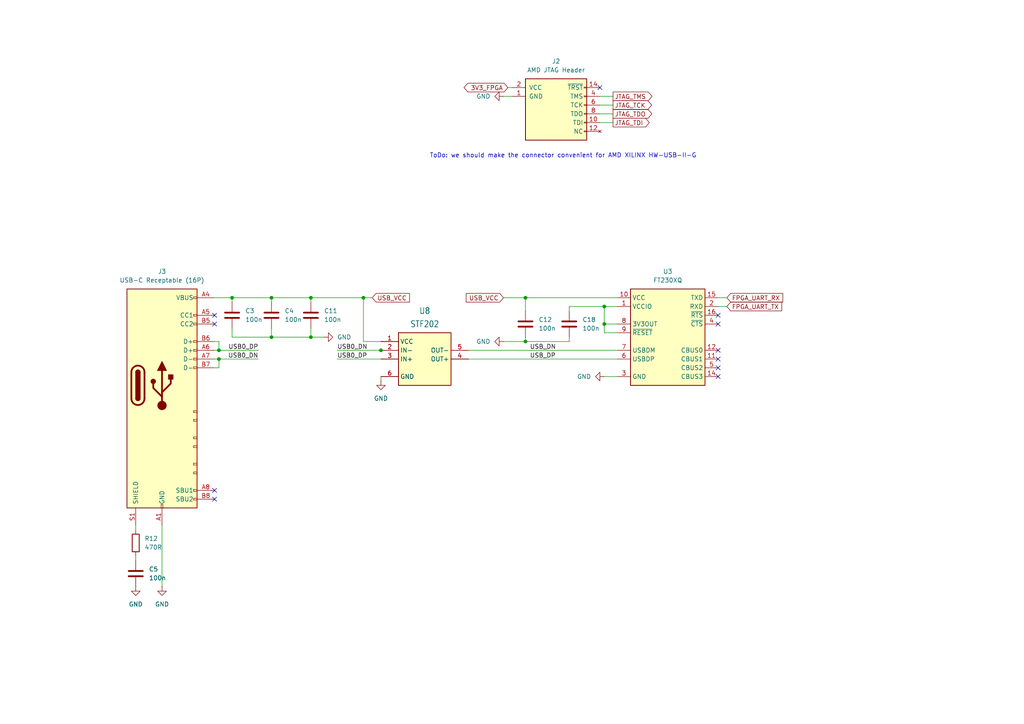
<source format=kicad_sch>
(kicad_sch (version 20231120) (generator "eeschema") (generator_version "8.0")
  (paper "A4")
  (lib_symbols
    (symbol "common_library:FT230XQ"
      (property "Reference" "U" (at 0 17.018 0))
      (property "Value" "FT230XQ" (at 0 14.732 0))
      (symbol "FT230XQ_0_1"
        (rectangle (start -11.43 13.97) (end 10.16 -13.97) (stroke (width 0.254)) (fill (type background)))
      )
      (symbol "FT230XQ_1_1"
        (pin power_in line (at -15.24 8.89 0) (length 3.81) (name "VCCIO") (number "1"))
        (pin power_in line (at -15.24 11.43 0) (length 3.81) (name "VCC") (number "10"))
        (pin bidirectional line (at 13.97 -6.35 180) (length 3.81) (name "CBUS1") (number "11"))
        (pin bidirectional line (at 13.97 -3.81 180) (length 3.81) (name "CBUS0") (number "12"))
        (pin power_in line (at -15.24 -11.43 0) (length 3.81) hide (name "GND") (number "13"))
        (pin bidirectional line (at 13.97 -11.43 180) (length 3.81) (name "CBUS3") (number "14"))
        (pin output line (at 13.97 11.43 180) (length 3.81) (name "TXD") (number "15"))
        (pin output line (at 13.97 6.35 180) (length 3.81) (name "~{RTS}") (number "16"))
        (pin power_in line (at -15.24 -11.43 0) (length 3.81) hide (name "GND") (number "17"))
        (pin input line (at 13.97 8.89 180) (length 3.81) (name "RXD") (number "2"))
        (pin power_in line (at -15.24 -11.43 0) (length 3.81) (name "GND") (number "3"))
        (pin input line (at 13.97 3.81 180) (length 3.81) (name "~{CTS}") (number "4"))
        (pin bidirectional line (at 13.97 -8.89 180) (length 3.81) (name "CBUS2") (number "5"))
        (pin bidirectional line (at -15.24 -6.35 0) (length 3.81) (name "USBDP") (number "6"))
        (pin bidirectional line (at -15.24 -3.81 0) (length 3.81) (name "USBDM") (number "7"))
        (pin power_out line (at -15.24 3.81 0) (length 3.81) (name "3V3OUT") (number "8"))
        (pin input line (at -15.24 1.27 0) (length 3.81) (name "~{RESET}") (number "9"))
      )
    )
    (symbol "common_library:STF202" (exclude_from_sim yes)
      (property "Reference" "U" (at 0 11.684 0))
      (property "Value" "STF202" (at 0 8.382 0))
      (symbol "STF202_1_0"
        (rectangle (start -7.62 7.62) (end 7.62 -7.62) (stroke (width 0.254)) (fill (type background)))
        (pin power_in line (at -12.7 5.08 0) (length 5.08) (name "VCC") (number "1"))
        (pin bidirectional line (at -12.7 2.54 0) (length 5.08) (name "IN-") (number "2"))
        (pin bidirectional line (at -12.7 0 0) (length 5.08) (name "IN+") (number "3"))
        (pin bidirectional line (at 12.7 0 180) (length 5.08) (name "OUT+") (number "4"))
        (pin bidirectional line (at 12.7 2.54 180) (length 5.08) (name "OUT-") (number "5"))
        (pin bidirectional line (at -12.7 -5.08 0) (length 5.08) (name "GND") (number "6"))
      )
    )
    (symbol "connectors:AMD JTAG-Header" (pin_names (offset 1.016)) (exclude_from_sim yes)
      (property "Reference" "J" (at 0 11.684 0))
      (property "Value" "AMD JTAG Header" (at 0.508 9.398 0))
      (symbol "AMD JTAG-Header_0_1"
        (rectangle (start -8.89 8.89) (end 8.89 -8.89) (stroke (width 0.254)) (fill (type background)))
        (rectangle (start 8.89 -6.223) (end 8.128 -6.477))
        (rectangle (start 8.89 -3.683) (end 8.128 -3.937))
        (rectangle (start 8.89 -1.143) (end 8.128 -1.397))
        (rectangle (start 8.89 1.397) (end 8.128 1.143))
        (rectangle (start 8.89 3.937) (end 8.128 3.683))
        (rectangle (start 8.89 6.477) (end 8.128 6.223))
      )
      (symbol "AMD JTAG-Header_1_1"
        (pin power_in line (at -12.7 3.81 0) (length 3.81) (name "GND") (number "1"))
        (pin passive line (at 12.7 -3.81 180) (length 3.81) (name "TDI") (number "10"))
        (pin passive line (at -12.7 3.81 0) (length 3.81) hide (name "GND") (number "11"))
        (pin no_connect line (at 12.7 -6.35 180) (length 3.81) (name "NC") (number "12"))
        (pin passive line (at -12.7 3.81 0) (length 3.81) hide (name "GND") (number "13"))
        (pin passive line (at 12.7 6.35 180) (length 3.81) (name "~{TRST}") (number "14"))
        (pin power_in line (at -12.7 6.35 0) (length 3.81) (name "VCC") (number "2"))
        (pin passive line (at -12.7 3.81 0) (length 3.81) hide (name "GND") (number "3"))
        (pin passive line (at 12.7 3.81 180) (length 3.81) (name "TMS") (number "4"))
        (pin passive line (at -12.7 3.81 0) (length 3.81) hide (name "GND") (number "5"))
        (pin passive line (at 12.7 1.27 180) (length 3.81) (name "TCK") (number "6"))
        (pin passive line (at -12.7 3.81 0) (length 3.81) hide (name "GND") (number "7"))
        (pin passive line (at 12.7 -1.27 180) (length 3.81) (name "TDO") (number "8"))
        (pin passive line (at -12.7 3.81 0) (length 3.81) hide (name "GND") (number "9"))
      )
    )
    (symbol "connectors:USB_C_16P" (pin_names (offset 1.016)) (exclude_from_sim yes)
      (property "Reference" "J" (at -10.16 29.21 0))
      (property "Value" "USB-C Receptable (16P)" (at 10.16 29.21 0))
      (symbol "USB_C_16P_0_0"
        (rectangle (start -0.254 -35.56) (end 0.254 -34.544))
        (rectangle (start 10.16 -32.766) (end 9.144 -33.274))
        (rectangle (start 10.16 -30.226) (end 9.144 -30.734))
        (rectangle (start 10.16 -25.146) (end 9.144 -25.654))
        (rectangle (start 10.16 -22.606) (end 9.144 -23.114))
        (rectangle (start 10.16 -17.526) (end 9.144 -18.034))
        (rectangle (start 10.16 -14.986) (end 9.144 -15.494))
        (rectangle (start 10.16 -9.906) (end 9.144 -10.414))
        (rectangle (start 10.16 -7.366) (end 9.144 -7.874))
        (rectangle (start 10.16 5.334) (end 9.144 4.826))
        (rectangle (start 10.16 7.874) (end 9.144 7.366))
        (rectangle (start 10.16 10.414) (end 9.144 9.906))
        (rectangle (start 10.16 12.954) (end 9.144 12.446))
        (rectangle (start 10.16 18.034) (end 9.144 17.526))
        (rectangle (start 10.16 20.574) (end 9.144 20.066))
        (rectangle (start 10.16 25.654) (end 9.144 25.146))
      )
      (symbol "USB_C_16P_0_1"
        (rectangle (start -10.16 27.94) (end 10.16 -35.56) (stroke (width 0.254)) (fill (type background)))
        (arc (start -8.89 -3.81) (mid -6.985 -5.7067) (end -5.08 -3.81) (stroke (width 0.508)))
        (arc (start -7.62 -3.81) (mid -6.985 -4.4423) (end -6.35 -3.81) (stroke (width 0.254)))
        (arc (start -7.62 -3.81) (mid -6.985 -4.4423) (end -6.35 -3.81) (stroke (width 0.254)) (fill (type outline)))
        (rectangle (start -7.62 -3.81) (end -6.35 3.81) (stroke (width 0.254)) (fill (type outline)))
        (arc (start -6.35 3.81) (mid -6.985 4.4423) (end -7.62 3.81) (stroke (width 0.254)))
        (arc (start -6.35 3.81) (mid -6.985 4.4423) (end -7.62 3.81) (stroke (width 0.254)) (fill (type outline)))
        (arc (start -5.08 3.81) (mid -6.985 5.7067) (end -8.89 3.81) (stroke (width 0.508)))
        (polyline (pts (xy -8.89 -3.81) (xy -8.89 3.81)) (stroke (width 0.508)))
        (polyline (pts (xy -5.08 3.81) (xy -5.08 -3.81)) (stroke (width 0.508)))
      )
      (symbol "USB_C_16P_1_1"
        (circle (center -2.54 1.143) (radius 0.635) (stroke (width 0.254)) (fill (type outline)))
        (circle (center 0 -5.842) (radius 1.27) (fill (type outline)))
        (polyline (pts (xy 0 -5.842) (xy 0 4.318)) (stroke (width 0.508)))
        (polyline (pts (xy 0 -3.302) (xy -2.54 -0.762) (xy -2.54 0.508)) (stroke (width 0.508)))
        (polyline (pts (xy 0 -2.032) (xy 2.54 0.508) (xy 2.54 1.778)) (stroke (width 0.508)))
        (polyline (pts (xy -1.27 4.318) (xy 0 6.858) (xy 1.27 4.318) (xy -1.27 4.318)) (stroke (width 0.254)) (fill (type outline)))
        (rectangle (start 1.905 1.778) (end 3.175 3.048) (stroke (width 0.254)) (fill (type outline)))
        (pin passive line (at 0 -40.64 90) (length 5.08) (name "GND") (number "A1"))
        (pin passive line (at 0 -40.64 90) (length 5.08) hide (name "GND") (number "A12"))
        (pin passive line (at 15.24 25.4 180) (length 5.08) (name "VBUS") (number "A4"))
        (pin bidirectional line (at 15.24 20.32 180) (length 5.08) (name "CC1") (number "A5"))
        (pin bidirectional line (at 15.24 10.16 180) (length 5.08) (name "D+") (number "A6"))
        (pin bidirectional line (at 15.24 7.62 180) (length 5.08) (name "D-") (number "A7"))
        (pin bidirectional line (at 15.24 -30.48 180) (length 5.08) (name "SBU1") (number "A8"))
        (pin passive line (at 15.24 25.4 180) (length 5.08) hide (name "VBUS") (number "A9"))
        (pin passive line (at 0 -40.64 90) (length 5.08) hide (name "GND") (number "B1"))
        (pin passive line (at 0 -40.64 90) (length 5.08) hide (name "GND") (number "B12"))
        (pin passive line (at 15.24 25.4 180) (length 5.08) hide (name "VBUS") (number "B4"))
        (pin bidirectional line (at 15.24 17.78 180) (length 5.08) (name "CC2") (number "B5"))
        (pin bidirectional line (at 15.24 12.7 180) (length 5.08) (name "D+") (number "B6"))
        (pin bidirectional line (at 15.24 5.08 180) (length 5.08) (name "D-") (number "B7"))
        (pin bidirectional line (at 15.24 -33.02 180) (length 5.08) (name "SBU2") (number "B8"))
        (pin passive line (at 15.24 25.4 180) (length 5.08) hide (name "VBUS") (number "B9"))
        (pin passive line (at -7.62 -40.64 90) (length 5.08) (name "SHIELD") (number "S1"))
      )
    )
    (symbol "passive:C0402" (pin_numbers hide) (pin_names (offset 0.254))
      (property "Reference" "C" (at 0.635 2.54 0))
      (property "Value" "C0402" (at 0.635 -2.54 0))
      (symbol "C0402_0_1"
        (polyline (pts (xy -2.032 -0.762) (xy 2.032 -0.762)) (stroke (width 0.508)))
        (polyline (pts (xy -2.032 0.762) (xy 2.032 0.762)) (stroke (width 0.508)))
      )
      (symbol "C0402_1_1"
        (pin passive line (at 0 3.81 270) (length 2.794) (name "~") (number "1"))
        (pin passive line (at 0 -3.81 90) (length 2.794) (name "~") (number "2"))
      )
    )
    (symbol "passive:R0402" (pin_numbers hide) (pin_names (offset 0))
      (property "Reference" "R" (at 2.032 0 90))
      (property "Value" "R" (at 0 0 90))
      (symbol "R0402_0_1"
        (rectangle (start -1.016 -2.54) (end 1.016 2.54) (stroke (width 0.254)))
      )
      (symbol "R0402_1_1"
        (pin passive line (at 0 3.81 270) (length 1.27) (name "~") (number "1"))
        (pin passive line (at 0 -3.81 90) (length 1.27) (name "~") (number "2"))
      )
    )
    (symbol "power:GND" (power) (pin_numbers hide) (pin_names (offset 0) hide)
      (property "Value" "GND" (at 0 -3.81 0))
      (symbol "GND_0_1"
        (polyline (pts (xy 0 0) (xy 0 -1.27) (xy 1.27 -1.27) (xy 0 -2.54) (xy -1.27 -1.27) (xy 0 -1.27)))
      )
      (symbol "GND_1_1"
        (pin power_in line (at 0 0 270) (length 0) (name "~") (number "1"))
      )
    )
  )
  (junction (at 67.31 86.36))
  (junction (at 152.4 99.06))
  (junction (at 90.17 86.36))
  (junction (at 90.17 97.79))
  (junction (at 63.5 101.6))
  (junction (at 63.5 104.14))
  (junction (at 78.74 97.79))
  (junction (at 175.26 93.98))
  (junction (at 110.49 101.6))
  (junction (at 152.4 86.36))
  (junction (at 175.26 88.9))
  (junction (at 105.41 86.36))
  (junction (at 78.74 86.36))
  (no_connect (at 62.23 91.44))
  (no_connect (at 208.28 109.22))
  (no_connect (at 208.28 91.44))
  (no_connect (at 208.28 101.6))
  (no_connect (at 173.99 25.4))
  (no_connect (at 208.28 93.98))
  (no_connect (at 208.28 106.68))
  (no_connect (at 208.28 104.14))
  (no_connect (at 62.23 144.78))
  (no_connect (at 62.23 142.24))
  (no_connect (at 62.23 93.98))
  (wire (pts (xy 90.17 97.79) (xy 93.98 97.79)))
  (wire (pts (xy 135.89 104.14) (xy 179.07 104.14)))
  (wire (pts (xy 147.32 25.4) (xy 148.59 25.4)))
  (wire (pts (xy 46.99 152.4) (xy 46.99 170.18)))
  (wire (pts (xy 179.07 96.52) (xy 175.26 96.52)))
  (wire (pts (xy 78.74 86.36) (xy 90.17 86.36)))
  (wire (pts (xy 175.26 88.9) (xy 175.26 93.98)))
  (wire (pts (xy 90.17 86.36) (xy 90.17 87.63)))
  (wire (pts (xy 110.49 109.22) (xy 110.49 110.49)))
  (wire (pts (xy 105.41 86.36) (xy 107.95 86.36)))
  (wire (pts (xy 146.05 86.36) (xy 152.4 86.36)))
  (wire (pts (xy 63.5 104.14) (xy 74.93 104.14)))
  (wire (pts (xy 152.4 97.79) (xy 152.4 99.06)))
  (wire (pts (xy 146.05 27.94) (xy 148.59 27.94)))
  (wire (pts (xy 175.26 96.52) (xy 175.26 93.98)))
  (wire (pts (xy 90.17 97.79) (xy 90.17 95.25)))
  (wire (pts (xy 210.82 86.36) (xy 208.28 86.36)))
  (wire (pts (xy 39.37 161.29) (xy 39.37 162.56)))
  (wire (pts (xy 111.76 101.6) (xy 110.49 101.6)))
  (wire (pts (xy 152.4 99.06) (xy 165.1 99.06)))
  (wire (pts (xy 173.99 30.48) (xy 177.8 30.48)))
  (wire (pts (xy 165.1 88.9) (xy 175.26 88.9)))
  (wire (pts (xy 62.23 104.14) (xy 63.5 104.14)))
  (wire (pts (xy 78.74 86.36) (xy 78.74 87.63)))
  (wire (pts (xy 208.28 88.9) (xy 210.82 88.9)))
  (wire (pts (xy 179.07 88.9) (xy 175.26 88.9)))
  (wire (pts (xy 105.41 99.06) (xy 105.41 86.36)))
  (wire (pts (xy 67.31 97.79) (xy 78.74 97.79)))
  (wire (pts (xy 175.26 109.22) (xy 179.07 109.22)))
  (wire (pts (xy 63.5 104.14) (xy 63.5 106.68)))
  (wire (pts (xy 97.79 101.6) (xy 110.49 101.6)))
  (wire (pts (xy 173.99 27.94) (xy 177.8 27.94)))
  (wire (pts (xy 152.4 86.36) (xy 152.4 90.17)))
  (wire (pts (xy 175.26 93.98) (xy 179.07 93.98)))
  (wire (pts (xy 90.17 86.36) (xy 105.41 86.36)))
  (wire (pts (xy 173.99 35.56) (xy 177.8 35.56)))
  (wire (pts (xy 67.31 86.36) (xy 78.74 86.36)))
  (wire (pts (xy 62.23 101.6) (xy 63.5 101.6)))
  (wire (pts (xy 110.49 99.06) (xy 105.41 99.06)))
  (wire (pts (xy 62.23 106.68) (xy 63.5 106.68)))
  (wire (pts (xy 173.99 33.02) (xy 177.8 33.02)))
  (wire (pts (xy 97.79 104.14) (xy 110.49 104.14)))
  (wire (pts (xy 62.23 86.36) (xy 67.31 86.36)))
  (wire (pts (xy 62.23 99.06) (xy 63.5 99.06)))
  (wire (pts (xy 39.37 152.4) (xy 39.37 153.67)))
  (wire (pts (xy 152.4 86.36) (xy 179.07 86.36)))
  (wire (pts (xy 63.5 101.6) (xy 63.5 99.06)))
  (wire (pts (xy 165.1 97.79) (xy 165.1 99.06)))
  (wire (pts (xy 78.74 97.79) (xy 90.17 97.79)))
  (wire (pts (xy 67.31 86.36) (xy 67.31 87.63)))
  (wire (pts (xy 78.74 97.79) (xy 78.74 95.25)))
  (wire (pts (xy 63.5 101.6) (xy 74.93 101.6)))
  (wire (pts (xy 146.05 99.06) (xy 152.4 99.06)))
  (wire (pts (xy 165.1 90.17) (xy 165.1 88.9)))
  (wire (pts (xy 135.89 101.6) (xy 179.07 101.6)))
  (wire (pts (xy 67.31 95.25) (xy 67.31 97.79)))
  (text "ToDo: we should make the connector convenient for AMD XILINX HW-USB-II-G" (at 163.322 45.212 0) (effects (font (size 1.27 1.27))))
  (label "USB0_DN" (at 74.93 104.14 180))
  (label "USB_DN" (at 153.67 101.6 0))
  (label "USB_DP" (at 153.67 104.14 0))
  (label "USB0_DN" (at 97.79 101.6 0))
  (label "USB0_DP" (at 97.79 104.14 0))
  (label "USB0_DP" (at 74.93 101.6 180))
  (global_label "FPGA_UART_TX" (shape input) (at 210.82 88.9 0) (property "Intersheetrefs" "${INTERSHEET_REFS}" (effects (hide yes))))
  (global_label "JTAG_TCK" (shape output) (at 177.8 30.48 0) (property "Intersheetrefs" "${INTERSHEET_REFS}" (effects (hide yes))))
  (global_label "USB_VCC" (shape input) (at 107.95 86.36 0) (property "Intersheetrefs" "${INTERSHEET_REFS}" (effects (hide yes))))
  (global_label "FPGA_UART_RX" (shape input) (at 210.82 86.36 0) (property "Intersheetrefs" "${INTERSHEET_REFS}" (effects (hide yes))))
  (global_label "USB_VCC" (shape input) (at 146.05 86.36 180) (property "Intersheetrefs" "${INTERSHEET_REFS}" (effects (hide yes))))
  (global_label "JTAG_TDI" (shape output) (at 177.8 35.56 0) (property "Intersheetrefs" "${INTERSHEET_REFS}" (effects (hide yes))))
  (global_label "JTAG_TMS" (shape output) (at 177.8 27.94 0) (property "Intersheetrefs" "${INTERSHEET_REFS}" (effects (hide yes))))
  (global_label "3V3_FPGA" (shape bidirectional) (at 147.32 25.4 180) (property "Intersheetrefs" "${INTERSHEET_REFS}" (effects (hide yes))))
  (global_label "JTAG_TDO" (shape output) (at 177.8 33.02 0) (property "Intersheetrefs" "${INTERSHEET_REFS}" (effects (hide yes))))
  (symbol (lib_id "power:GND") (at 93.98 97.79 90) (unit 1)
    (property "Reference" "#PWR013" (effects (hide yes)))
    (property "Value" "GND" (at 97.79 97.7899 90) (effects (justify right)))
    (property "Description" "Power symbol creates a global label with name \"GND\" , ground" (effects (hide yes)))
  )
  (symbol (lib_id "common_library:FT230XQ") (at 194.31 97.79 0) (unit 1)
    (property "Reference" "U3" (at 193.675 78.74 0))
    (property "Value" "FT230XQ" (at 193.675 81.28 0))
    (property "Footprint" "common_library:QFN-16-1EP_4x4mm_P0.65mm_EP2.1x2.1mm" (effects (hide yes)))
    (property "Datasheet" "https://www.ftdichip.com/Support/Documents/DataSheets/ICs/DS_FT230X.pdf" (effects (hide yes)))
    (property "Description" "Full Speed USB to Basic UART, QFN-16" (effects (hide yes)))
  )
  (symbol (lib_id "passive:C0402") (at 78.74 91.44 0) (unit 1)
    (property "Reference" "C4" (at 82.55 90.1699 0) (effects (justify left)))
    (property "Value" "100n" (at 82.55 92.7099 0) (effects (justify left)))
    (property "Footprint" "Capacitor_SMD:C_0402_1005Metric" (effects (hide yes)))
    (property "Description" "Unpolarized capacitor" (effects (hide yes)))
  )
  (symbol (lib_id "connectors:AMD JTAG-Header") (at 161.29 31.75 0) (unit 1) (exclude_from_sim yes)
    (property "Reference" "J2" (at 161.29 17.78 0))
    (property "Value" "AMD JTAG Header" (at 161.29 20.32 0))
    (property "Footprint" "Connector_PinHeader_2.00mm:PinHeader_2x07_P2.00mm_Vertical" (effects (hide yes)))
    (property "Description" "IDC10 Pinheader for JTAG Debugging" (effects (hide yes)))
  )
  (symbol (lib_id "passive:R0402") (at 39.37 157.48 0) (unit 1)
    (property "Reference" "R12" (at 41.91 156.2099 0) (effects (justify left)))
    (property "Value" "470R" (at 41.91 158.7499 0) (effects (justify left)))
    (property "Footprint" "Resistor_SMD:R_0402_1005Metric" (effects (hide yes)))
    (property "Description" "Resistor" (effects (hide yes)))
  )
  (symbol (lib_id "power:GND") (at 146.05 99.06 270) (unit 1)
    (property "Reference" "#PWR014" (effects (hide yes)))
    (property "Value" "GND" (at 142.24 99.0599 90) (effects (justify right)))
    (property "Description" "Power symbol creates a global label with name \"GND\" , ground" (effects (hide yes)))
  )
  (symbol (lib_id "power:GND") (at 175.26 109.22 270) (unit 1)
    (property "Reference" "#PWR015" (effects (hide yes)))
    (property "Value" "GND" (at 171.45 109.2199 90) (effects (justify right)))
    (property "Description" "Power symbol creates a global label with name \"GND\" , ground" (effects (hide yes)))
  )
  (symbol (lib_id "passive:C0402") (at 90.17 91.44 0) (unit 1)
    (property "Reference" "C11" (at 93.98 90.1699 0) (effects (justify left)))
    (property "Value" "100n" (at 93.98 92.7099 0) (effects (justify left)))
    (property "Footprint" "Capacitor_SMD:C_0402_1005Metric" (effects (hide yes)))
    (property "Description" "Unpolarized capacitor" (effects (hide yes)))
  )
  (symbol (lib_id "passive:C0402") (at 165.1 93.98 0) (unit 1)
    (property "Reference" "C18" (at 168.91 92.7099 0) (effects (justify left)))
    (property "Value" "100n" (at 168.91 95.2499 0) (effects (justify left)))
    (property "Footprint" "Capacitor_SMD:C_0402_1005Metric" (effects (hide yes)))
    (property "Description" "Unpolarized capacitor" (effects (hide yes)))
  )
  (symbol (lib_id "power:GND") (at 39.37 170.18 0) (unit 1)
    (property "Reference" "#PWR012" (effects (hide yes)))
    (property "Value" "GND" (at 39.37 175.26 0))
    (property "Description" "Power symbol creates a global label with name \"GND\" , ground" (effects (hide yes)))
  )
  (symbol (lib_id "passive:C0402") (at 152.4 93.98 0) (unit 1)
    (property "Reference" "C12" (at 156.21 92.7099 0) (effects (justify left)))
    (property "Value" "100n" (at 156.21 95.2499 0) (effects (justify left)))
    (property "Footprint" "Capacitor_SMD:C_0402_1005Metric" (effects (hide yes)))
    (property "Description" "Unpolarized capacitor" (effects (hide yes)))
  )
  (symbol (lib_id "passive:C0402") (at 67.31 91.44 0) (unit 1)
    (property "Reference" "C3" (at 71.12 90.1699 0) (effects (justify left)))
    (property "Value" "100n" (at 71.12 92.7099 0) (effects (justify left)))
    (property "Footprint" "Capacitor_SMD:C_0402_1005Metric" (effects (hide yes)))
    (property "Description" "Unpolarized capacitor" (effects (hide yes)))
  )
  (symbol (lib_id "connectors:USB_C_16P") (at 46.99 111.76 0) (unit 1) (exclude_from_sim yes)
    (property "Reference" "J3" (at 46.99 78.74 0))
    (property "Value" "USB-C Receptable (16P)" (at 46.99 81.28 0))
    (property "Footprint" "connectors:USB_C_Receptacle_16P" (effects (hide yes)))
    (property "Datasheet" "https://www.usb.org/sites/default/files/documents/usb_type-c.zip" (effects (hide yes)))
    (property "Description" "USB Full-Featured Type-C Receptacle connector" (effects (hide yes)))
  )
  (symbol (lib_id "power:GND") (at 46.99 170.18 0) (unit 1)
    (property "Reference" "#PWR011" (effects (hide yes)))
    (property "Value" "GND" (at 46.99 175.26 0))
    (property "Description" "Power symbol creates a global label with name \"GND\" , ground" (effects (hide yes)))
  )
  (symbol (lib_id "power:GND") (at 110.49 110.49 0) (unit 1)
    (property "Reference" "#PWR010" (effects (hide yes)))
    (property "Value" "GND" (at 110.49 115.57 0))
    (property "Description" "Power symbol creates a global label with name \"GND\" , ground" (effects (hide yes)))
  )
  (symbol (lib_id "power:GND") (at 146.05 27.94 270) (unit 1)
    (property "Reference" "#PWR08" (effects (hide yes)))
    (property "Value" "GND" (at 142.24 27.9399 90) (effects (justify right)))
    (property "Description" "Power symbol creates a global label with name \"GND\" , ground" (effects (hide yes)))
  )
  (symbol (lib_id "common_library:STF202") (at 123.19 104.14 0) (unit 1) (exclude_from_sim yes)
    (property "Reference" "U8" (at 123.19 90.17 0) (effects (font (size 1.778 1.5113))))
    (property "Value" "STF202" (at 123.19 93.98 0) (effects (font (size 1.778 1.5113))))
    (property "Footprint" "common_library:TSOP-6_1.65x3.05mm_P0.95mm" (effects (hide yes)))
  )
  (symbol (lib_id "passive:C0402") (at 39.37 166.37 0) (unit 1)
    (property "Reference" "C5" (at 43.18 165.0999 0) (effects (justify left)))
    (property "Value" "100n" (at 43.18 167.6399 0) (effects (justify left)))
    (property "Footprint" "Capacitor_SMD:C_0402_1005Metric" (effects (hide yes)))
    (property "Description" "Unpolarized capacitor" (effects (hide yes)))
  )
)
</source>
